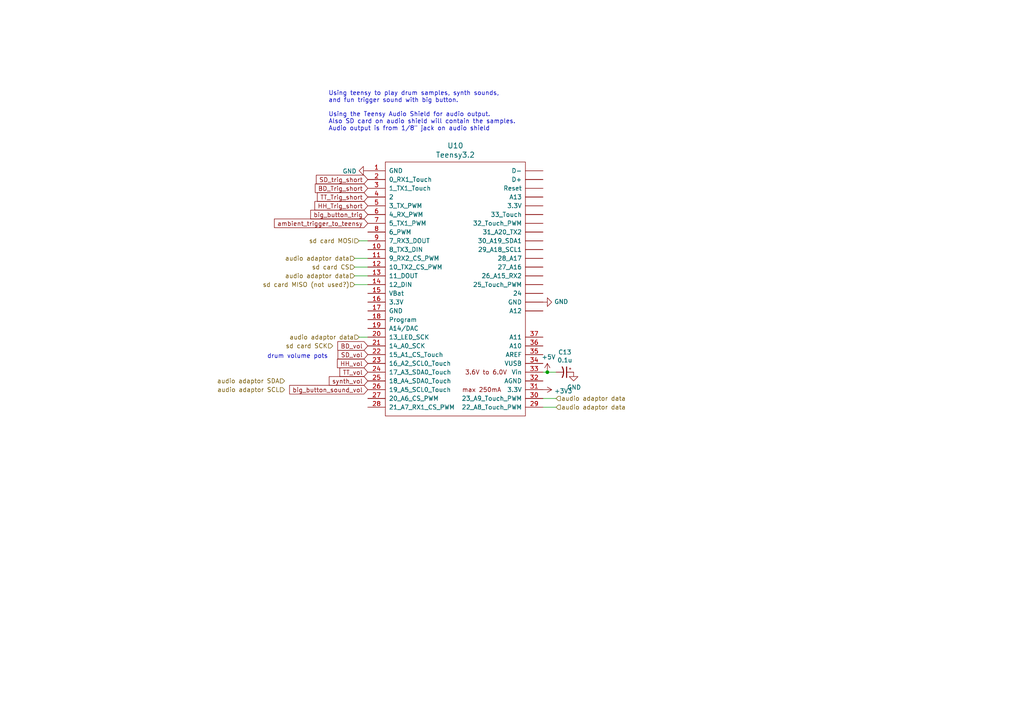
<source format=kicad_sch>
(kicad_sch (version 20250114) (generator "eeschema") (generator_version "9.0")
  (paper "A4")
  (lib_symbols
    (symbol "power:+5V" (power) (pin_names (offset 0))
      (property "Value" "+5V" (at 0 3.556 0))
      (symbol "+5V_0_1"
        (polyline (pts (xy -0.762 1.27) (xy 0 2.54)))
        (polyline (pts (xy 0 2.54) (xy 0.762 1.27)))
        (polyline (pts (xy 0 0) (xy 0 2.54)))
      )
      (symbol "+5V_1_1"
        (pin power_in line (at 0 0 90) (length 0) (hide yes) (name "+5V") (number "1"))
      )
    )
    (symbol "power:GND" (power) (pin_names (offset 0))
      (property "Value" "GND" (at 0 -3.81 0))
      (symbol "GND_0_1"
        (polyline (pts (xy 0 0) (xy 0 -1.27) (xy 1.27 -1.27) (xy 0 -2.54) (xy -1.27 -1.27) (xy 0 -1.27)))
      )
      (symbol "GND_1_1"
        (pin power_in line (at 0 0 270) (length 0) (hide yes) (name "GND") (number "1"))
      )
    )
    (symbol "waterwheel_synth_v2-rescue:+3.3V-power" (power) (pin_names (offset 0))
      (property "Value" "+3.3V-power" (at 0 3.556 0))
      (symbol "+3.3V-power_0_1"
        (polyline (pts (xy -0.762 1.27) (xy 0 2.54)))
        (polyline (pts (xy 0 2.54) (xy 0.762 1.27)))
        (polyline (pts (xy 0 0) (xy 0 2.54)))
      )
      (symbol "+3.3V-power_1_1"
        (pin power_in line (at 0 0 90) (length 0) (hide yes) (name "+3V3") (number "1"))
      )
    )
    (symbol "waterwheel_synth_v2-rescue:CP1_Small-Device" (pin_numbers (hide yes)) (pin_names (offset 0.254) (hide yes))
      (property "Reference" "C" (at 0.254 1.778 0))
      (property "Value" "CP1_Small-Device" (at 0.254 -2.032 0))
      (symbol "CP1_Small-Device_0_1"
        (polyline (pts (xy -1.524 0.508) (xy 1.524 0.508)) (stroke (width 0.3048)))
        (polyline (pts (xy -1.27 1.524) (xy -0.762 1.524)))
        (polyline (pts (xy -1.016 1.27) (xy -1.016 1.778)))
        (arc (start -1.524 -0.762) (mid 0 -0.3734) (end 1.524 -0.762) (stroke (width 0.3048)))
      )
      (symbol "CP1_Small-Device_1_1"
        (pin passive line (at 0 2.54 270) (length 2.032) (name "~") (number "1"))
        (pin passive line (at 0 -2.54 90) (length 2.032) (name "~") (number "2"))
      )
    )
    (symbol "waterwheel_synth_v2-rescue:Teensy3.2-teensy" (pin_names (offset 1.016))
      (property "Reference" "U" (at 0 39.37 0))
      (property "Value" "Teensy3.2-teensy" (at 0 -39.37 0))
      (symbol "Teensy3.2-teensy_0_0"
        (text "max 250mA" (at 7.62 -29.21 0) (effects (font (size 1.27 1.27))))
        (text "3.6V to 6.0V" (at 8.89 -24.13 0) (effects (font (size 1.27 1.27))))
      )
      (symbol "Teensy3.2-teensy_0_1"
        (rectangle (start -20.32 -36.83) (end 20.32 36.83))
      )
      (symbol "Teensy3.2-teensy_1_1"
        (pin power_in line (at -25.4 34.29 0) (length 5.08) (name "GND") (number "1"))
        (pin bidirectional line (at -25.4 31.75 0) (length 5.08) (name "0_RX1_Touch") (number "2"))
        (pin bidirectional line (at -25.4 29.21 0) (length 5.08) (name "1_TX1_Touch") (number "3"))
        (pin bidirectional line (at -25.4 26.67 0) (length 5.08) (name "2") (number "4"))
        (pin bidirectional line (at -25.4 24.13 0) (length 5.08) (name "3_TX_PWM") (number "5"))
        (pin bidirectional line (at -25.4 21.59 0) (length 5.08) (name "4_RX_PWM") (number "6"))
        (pin bidirectional line (at -25.4 19.05 0) (length 5.08) (name "5_TX1_PWM") (number "7"))
        (pin bidirectional line (at -25.4 16.51 0) (length 5.08) (name "6_PWM") (number "8"))
        (pin bidirectional line (at -25.4 13.97 0) (length 5.08) (name "7_RX3_DOUT") (number "9"))
        (pin bidirectional line (at -25.4 11.43 0) (length 5.08) (name "8_TX3_DIN") (number "10"))
        (pin bidirectional line (at -25.4 8.89 0) (length 5.08) (name "9_RX2_CS_PWM") (number "11"))
        (pin bidirectional line (at -25.4 6.35 0) (length 5.08) (name "10_TX2_CS_PWM") (number "12"))
        (pin bidirectional line (at -25.4 3.81 0) (length 5.08) (name "11_DOUT") (number "13"))
        (pin bidirectional line (at -25.4 1.27 0) (length 5.08) (name "12_DIN") (number "14"))
        (pin power_in line (at -25.4 -1.27 0) (length 5.08) (name "VBat") (number "15"))
        (pin power_out line (at -25.4 -3.81 0) (length 5.08) (name "3.3V") (number "16"))
        (pin power_in line (at -25.4 -6.35 0) (length 5.08) (name "GND") (number "17"))
        (pin input line (at -25.4 -8.89 0) (length 5.08) (name "Program") (number "18"))
        (pin bidirectional line (at -25.4 -11.43 0) (length 5.08) (name "A14/DAC") (number "19"))
        (pin bidirectional line (at -25.4 -13.97 0) (length 5.08) (name "13_LED_SCK") (number "20"))
        (pin bidirectional line (at -25.4 -16.51 0) (length 5.08) (name "14_A0_SCK") (number "21"))
        (pin bidirectional line (at -25.4 -19.05 0) (length 5.08) (name "15_A1_CS_Touch") (number "22"))
        (pin bidirectional line (at -25.4 -21.59 0) (length 5.08) (name "16_A2_SCL0_Touch") (number "23"))
        (pin bidirectional line (at -25.4 -24.13 0) (length 5.08) (name "17_A3_SDA0_Touch") (number "24"))
        (pin bidirectional line (at -25.4 -26.67 0) (length 5.08) (name "18_A4_SDA0_Touch") (number "25"))
        (pin bidirectional line (at -25.4 -29.21 0) (length 5.08) (name "19_A5_SCL0_Touch") (number "26"))
        (pin bidirectional line (at -25.4 -31.75 0) (length 5.08) (name "20_A6_CS_PWM") (number "27"))
        (pin bidirectional line (at -25.4 -34.29 0) (length 5.08) (name "21_A7_RX1_CS_PWM") (number "28"))
        (pin bidirectional line (at 25.4 34.29 180) (length 5.08) (name "D-") (number "~"))
        (pin bidirectional line (at 25.4 31.75 180) (length 5.08) (name "D+") (number "~"))
        (pin input line (at 25.4 29.21 180) (length 5.08) (name "Reset") (number "~"))
        (pin bidirectional line (at 25.4 26.67 180) (length 5.08) (name "A13") (number "~"))
        (pin power_out line (at 25.4 24.13 180) (length 5.08) (name "3.3V") (number "~"))
        (pin bidirectional line (at 25.4 21.59 180) (length 5.08) (name "33_Touch") (number "~"))
        (pin bidirectional line (at 25.4 19.05 180) (length 5.08) (name "32_Touch_PWM") (number "~"))
        (pin bidirectional line (at 25.4 16.51 180) (length 5.08) (name "31_A20_TX2") (number "~"))
        (pin bidirectional line (at 25.4 13.97 180) (length 5.08) (name "30_A19_SDA1") (number "~"))
        (pin bidirectional line (at 25.4 11.43 180) (length 5.08) (name "29_A18_SCL1") (number "~"))
        (pin bidirectional line (at 25.4 8.89 180) (length 5.08) (name "28_A17") (number "~"))
        (pin bidirectional line (at 25.4 6.35 180) (length 5.08) (name "27_A16") (number "~"))
        (pin bidirectional line (at 25.4 3.81 180) (length 5.08) (name "26_A15_RX2") (number "~"))
        (pin bidirectional line (at 25.4 1.27 180) (length 5.08) (name "25_Touch_PWM") (number "~"))
        (pin bidirectional line (at 25.4 -1.27 180) (length 5.08) (name "24") (number "~"))
        (pin power_in line (at 25.4 -3.81 180) (length 5.08) (name "GND") (number "~"))
        (pin bidirectional line (at 25.4 -6.35 180) (length 5.08) (name "A12") (number "~"))
        (pin bidirectional line (at 25.4 -13.97 180) (length 5.08) (name "A11") (number "37"))
        (pin bidirectional line (at 25.4 -16.51 180) (length 5.08) (name "A10") (number "36"))
        (pin input line (at 25.4 -19.05 180) (length 5.08) (name "AREF") (number "35"))
        (pin power_in line (at 25.4 -21.59 180) (length 5.08) (name "VUSB") (number "34"))
        (pin power_in line (at 25.4 -24.13 180) (length 5.08) (name "Vin") (number "33"))
        (pin power_out line (at 25.4 -26.67 180) (length 5.08) (name "AGND") (number "32"))
        (pin power_out line (at 25.4 -29.21 180) (length 5.08) (name "3.3V") (number "31"))
        (pin bidirectional line (at 25.4 -31.75 180) (length 5.08) (name "23_A9_Touch_PWM") (number "30"))
        (pin bidirectional line (at 25.4 -34.29 180) (length 5.08) (name "22_A8_Touch_PWM") (number "29"))
      )
    )
  )
  (text "drum volume pots" (at 77.47 104.14 0) (effects (font (size 1.27 1.27)) (justify left bottom)))
  (text "Using teensy to play drum samples, synth sounds,\nand fun trigger sound with big button. \n\nUsing the Teensy Audio Shield for audio output. \nAlso SD card on audio shield will contain the samples.\nAudio output is from 1/8\" jack on audio shield" (at 95.25 38.1 0) (effects (font (size 1.27 1.27)) (justify left bottom)))
  (junction (at 158.75 107.95))
  (wire (pts (xy 102.87 82.55) (xy 106.68 82.55)))
  (wire (pts (xy 102.87 80.01) (xy 106.68 80.01)))
  (wire (pts (xy 102.87 74.93) (xy 106.68 74.93)))
  (wire (pts (xy 157.48 118.11) (xy 161.29 118.11)))
  (wire (pts (xy 158.75 107.95) (xy 157.48 107.95)))
  (wire (pts (xy 158.75 107.95) (xy 161.29 107.95)))
  (wire (pts (xy 104.14 69.85) (xy 106.68 69.85)))
  (wire (pts (xy 157.48 115.57) (xy 161.29 115.57)))
  (wire (pts (xy 102.87 77.47) (xy 106.68 77.47)))
  (wire (pts (xy 104.14 97.79) (xy 106.68 97.79)))
  (global_label "synth_vol" (shape input) (at 106.68 110.49 180) (property "Intersheetrefs" "${INTERSHEET_REFS}" (effects (hide yes))))
  (global_label "big_button_trig" (shape input) (at 106.68 62.23 180) (property "Intersheetrefs" "${INTERSHEET_REFS}" (effects (hide yes))))
  (global_label "BD_Trig_short" (shape input) (at 106.68 54.61 180) (property "Intersheetrefs" "${INTERSHEET_REFS}" (effects (hide yes))))
  (global_label "HH_vol" (shape input) (at 106.68 105.41 180) (property "Intersheetrefs" "${INTERSHEET_REFS}" (effects (hide yes))))
  (global_label "SD_trig_short" (shape input) (at 106.68 52.07 180) (property "Intersheetrefs" "${INTERSHEET_REFS}" (effects (hide yes))))
  (global_label "SD_vol" (shape input) (at 106.68 102.87 180) (property "Intersheetrefs" "${INTERSHEET_REFS}" (effects (hide yes))))
  (global_label "big_button_sound_vol" (shape input) (at 106.68 113.03 180) (property "Intersheetrefs" "${INTERSHEET_REFS}" (effects (hide yes))))
  (global_label "BD_vol" (shape input) (at 106.68 100.33 180) (property "Intersheetrefs" "${INTERSHEET_REFS}" (effects (hide yes))))
  (global_label "TT_Trig_short" (shape input) (at 106.68 57.15 180) (property "Intersheetrefs" "${INTERSHEET_REFS}" (effects (hide yes))))
  (global_label "HH_Trig_short" (shape input) (at 106.68 59.69 180) (property "Intersheetrefs" "${INTERSHEET_REFS}" (effects (hide yes))))
  (global_label "ambient_trigger_to_teensy" (shape input) (at 106.68 64.77 180) (property "Intersheetrefs" "${INTERSHEET_REFS}" (effects (hide yes))))
  (global_label "TT_vol" (shape input) (at 106.68 107.95 180) (property "Intersheetrefs" "${INTERSHEET_REFS}" (effects (hide yes))))
  (hierarchical_label "sd card MOSI" (shape input) (at 104.14 69.85 180))
  (hierarchical_label "audio adaptor data" (shape input) (at 102.87 74.93 180))
  (hierarchical_label "audio adaptor data" (shape input) (at 161.29 118.11 0))
  (hierarchical_label "sd card SCK" (shape input) (at 96.52 100.33 180))
  (hierarchical_label "audio adaptor data" (shape input) (at 104.14 97.79 180))
  (hierarchical_label "audio adaptor data" (shape input) (at 161.29 115.57 0))
  (hierarchical_label "audio adaptor SDA" (shape input) (at 82.55 110.49 180))
  (hierarchical_label "audio adaptor SCL" (shape input) (at 82.55 113.03 180))
  (hierarchical_label "audio adaptor data" (shape input) (at 102.87 80.01 180))
  (hierarchical_label "sd card MISO (not used?)" (shape input) (at 102.87 82.55 180))
  (hierarchical_label "sd card CS" (shape input) (at 102.87 77.47 180))
  (symbol (lib_id "waterwheel_synth_v2-rescue:Teensy3.2-teensy") (at 132.08 83.82 0) (unit 1)
    (property "Reference" "U10" (at 132.08 42.2402 0) (effects (font (size 1.524 1.524))))
    (property "Value" "Teensy3.2" (at 132.08 44.9326 0) (effects (font (size 1.524 1.524))))
    (property "Footprint" "teensy:Teensy30_31_32_LC" (effects (hide yes)))
  )
  (symbol (lib_id "power:+5V") (at 158.75 107.95 0) (unit 1)
    (property "Reference" "#PWR057" (effects (hide yes)))
    (property "Value" "+5V" (at 159.131 103.5558 0))
  )
  (symbol (lib_id "waterwheel_synth_v2-rescue:CP1_Small-Device") (at 163.83 107.95 270) (unit 1)
    (property "Reference" "C13" (at 163.83 102.1588 90))
    (property "Value" "0.1u" (at 163.83 104.4702 90))
    (property "Footprint" "Capacitor_SMD:C_0805_2012Metric" (effects (hide yes)))
  )
  (symbol (lib_id "power:GND") (at 166.37 107.95 0) (unit 1)
    (property "Reference" "#PWR058" (effects (hide yes)))
    (property "Value" "GND" (at 166.497 112.3442 0))
  )
  (symbol (lib_id "power:GND") (at 157.48 87.63 90) (unit 1)
    (property "Reference" "#PWR055" (effects (hide yes)))
    (property "Value" "GND" (at 160.7312 87.503 90) (effects (justify right)))
  )
  (symbol (lib_id "waterwheel_synth_v2-rescue:+3.3V-power") (at 157.48 113.03 270) (unit 1)
    (property "Reference" "#PWR056" (effects (hide yes)))
    (property "Value" "+3V3" (at 160.7312 113.411 90) (effects (justify left)))
  )
  (symbol (lib_id "power:GND") (at 106.68 49.53 270) (unit 1)
    (property "Reference" "#PWR054" (effects (hide yes)))
    (property "Value" "GND" (at 103.4288 49.657 90) (effects (justify right)))
  )
)
</source>
